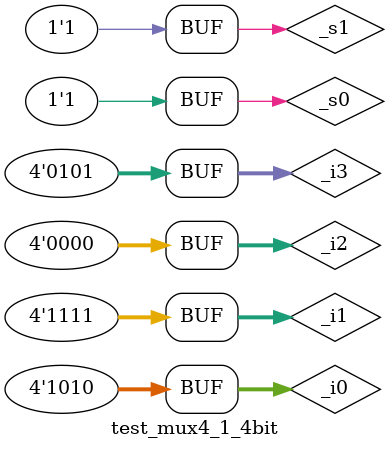
<source format=v>
module mux_4x1 (i0,i1,i2,i3,s0,s1,out);

input i0,i1,i2,i3,s0,s1;
output out;

wire ns0,ns1,wi0,wi1,wi2,wi3;

not(ns0,s0);
not(ns1,s1);

and(wi0,i0,ns0,ns1);

and(wi1,i1,s0,ns1);

and(wi2,i2,ns0,s1);

and(wi3,i3,s0,s1);

or (out,wi0,wi1,wi2,wi3);

endmodule

module mux_4x1_4bit (i0,i1,i2,i3,s0,s1,out);

input [3:0] i0,i1,i2,i3;
input s0,s1;

output [3:0] out;

mux_4x1 m0(.i0(i0[0]),.i1(i1[0]),.i2(i2[0]),.i3(i3[0]),.s0(s0),.s1(s1),.out(out[0]));
mux_4x1 m1(.i0(i0[1]),.i1(i1[1]),.i2(i2[1]),.i3(i3[1]),.s0(s0),.s1(s1),.out(out[1]));
mux_4x1 m2(.i0(i0[2]),.i1(i1[2]),.i2(i2[2]),.i3(i3[2]),.s0(s0),.s1(s1),.out(out[2]));
mux_4x1 m3(.i0(i0[3]),.i1(i1[3]),.i2(i2[3]),.i3(i3[3]),.s0(s0),.s1(s1),.out(out[3]));

endmodule

module test_mux4_1_4bit;
reg [3:0]_i0,_i1,_i2,_i3;
reg _s0,_s1;

wire [3:0] _out;

mux_4x1_4bit full(.i0(_i0),.i1(_i1),.i2(_i2),.i3(_i3),.s0(_s0),.s1(_s1),.out(_out));

initial begin
_i0=4'b1010; _i1=4'b1111; _i2=4'b0000; _i3=4'b0101; _s0=1'b0; _s1=1'b0;

#10

_s0=1'b1; _s1=1'b0;

#10

_s0=1'b0; _s1=1'b1;

#10

_s0=1'b1; _s1=1'b1;


end

endmodule

</source>
